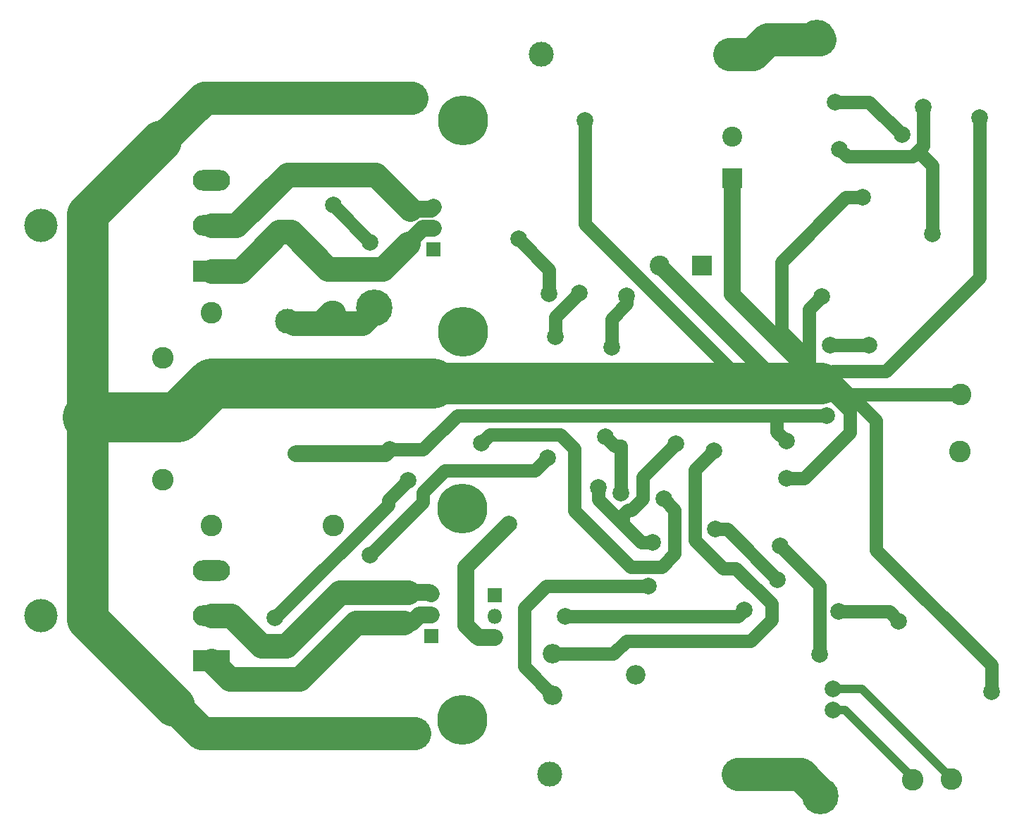
<source format=gbr>
%TF.GenerationSoftware,KiCad,Pcbnew,5.1.6-c6e7f7d~87~ubuntu18.04.1*%
%TF.CreationDate,2021-10-28T16:13:36+13:00*%
%TF.ProjectId,Trimodal SMD Sep20,5472696d-6f64-4616-9c20-534d44205365,rev?*%
%TF.SameCoordinates,Original*%
%TF.FileFunction,Copper,L2,Bot*%
%TF.FilePolarity,Positive*%
%FSLAX46Y46*%
G04 Gerber Fmt 4.6, Leading zero omitted, Abs format (unit mm)*
G04 Created by KiCad (PCBNEW 5.1.6-c6e7f7d~87~ubuntu18.04.1) date 2021-10-28 16:13:36*
%MOMM*%
%LPD*%
G01*
G04 APERTURE LIST*
%TA.AperFunction,ComponentPad*%
%ADD10R,2.400000X2.400000*%
%TD*%
%TA.AperFunction,ComponentPad*%
%ADD11C,2.400000*%
%TD*%
%TA.AperFunction,ComponentPad*%
%ADD12C,3.000000*%
%TD*%
%TA.AperFunction,ComponentPad*%
%ADD13C,6.000000*%
%TD*%
%TA.AperFunction,ComponentPad*%
%ADD14C,2.600000*%
%TD*%
%TA.AperFunction,ComponentPad*%
%ADD15C,4.400000*%
%TD*%
%TA.AperFunction,ComponentPad*%
%ADD16C,2.340000*%
%TD*%
%TA.AperFunction,ComponentPad*%
%ADD17R,1.800000X1.800000*%
%TD*%
%TA.AperFunction,ComponentPad*%
%ADD18O,1.800000X1.800000*%
%TD*%
%TA.AperFunction,ComponentPad*%
%ADD19R,4.500000X2.500000*%
%TD*%
%TA.AperFunction,ComponentPad*%
%ADD20O,4.500000X2.500000*%
%TD*%
%TA.AperFunction,ViaPad*%
%ADD21C,4.000000*%
%TD*%
%TA.AperFunction,ViaPad*%
%ADD22C,2.000000*%
%TD*%
%TA.AperFunction,ViaPad*%
%ADD23C,3.000000*%
%TD*%
%TA.AperFunction,Conductor*%
%ADD24C,2.000000*%
%TD*%
%TA.AperFunction,Conductor*%
%ADD25C,1.600000*%
%TD*%
%TA.AperFunction,Conductor*%
%ADD26C,5.000000*%
%TD*%
%TA.AperFunction,Conductor*%
%ADD27C,4.000000*%
%TD*%
%TA.AperFunction,Conductor*%
%ADD28C,6.000000*%
%TD*%
%TA.AperFunction,Conductor*%
%ADD29C,3.000000*%
%TD*%
%TA.AperFunction,Conductor*%
%ADD30C,1.000000*%
%TD*%
G04 APERTURE END LIST*
D10*
%TO.P,C2,1*%
%TO.N,Net-(C2-Pad1)*%
X136245600Y-68808600D03*
D11*
%TO.P,C2,2*%
%TO.N,GND*%
X131245600Y-68808600D03*
%TD*%
%TO.P,C12,2*%
%TO.N,Net-(C12-Pad2)*%
X139903200Y-53340000D03*
D10*
%TO.P,C12,1*%
%TO.N,GND*%
X139903200Y-58340000D03*
%TD*%
D12*
%TO.P,F1,1*%
%TO.N,+24V*%
X140608400Y-129946400D03*
%TO.P,F1,2*%
%TO.N,VAA*%
X118008400Y-129946400D03*
%TD*%
%TO.P,F2,2*%
%TO.N,VCC*%
X116967000Y-43383200D03*
%TO.P,F2,1*%
%TO.N,-24V*%
X139567000Y-43383200D03*
%TD*%
D13*
%TO.P,HS1,1*%
%TO.N,N/C*%
X107543600Y-51384200D03*
X107543600Y-76784200D03*
%TD*%
%TO.P,HS2,1*%
%TO.N,N/C*%
X107530900Y-98031300D03*
X107530900Y-123431300D03*
%TD*%
D14*
%TO.P,J1,1*%
%TO.N,Net-(C1-Pad2)*%
X167259000Y-91135200D03*
%TD*%
%TO.P,J2,1*%
%TO.N,GND*%
X167386000Y-84251800D03*
%TD*%
D15*
%TO.P,J3,1*%
%TO.N,Net-(J3-Pad1)*%
X96951800Y-73914000D03*
%TD*%
%TO.P,J4,1*%
%TO.N,GND*%
X150622000Y-82905600D03*
%TD*%
%TO.P,JL1,1*%
%TO.N,Net-(JL1-Pad1)*%
X150469600Y-132537200D03*
%TD*%
%TO.P,JL2,1*%
%TO.N,Net-(JL2-Pad1)*%
X150063200Y-41478200D03*
%TD*%
D16*
%TO.P,PR1,3*%
%TO.N,Net-(C3-Pad1)*%
X118364000Y-115468400D03*
%TO.P,PR1,2*%
X128364000Y-117968400D03*
%TO.P,PR1,1*%
%TO.N,Net-(PR1-Pad1)*%
X118364000Y-120468400D03*
%TD*%
D15*
%TO.P,TP3,1*%
%TO.N,Net-(TP3-Pad1)*%
X71500000Y-87000000D03*
%TD*%
D17*
%TO.P,TR6,1*%
%TO.N,Net-(D7-Pad2)*%
X103784400Y-113360200D03*
D18*
%TO.P,TR6,2*%
%TO.N,Net-(R25-Pad2)*%
X103784400Y-110820200D03*
%TO.P,TR6,3*%
%TO.N,Net-(R16-Pad1)*%
X103784400Y-108280200D03*
%TD*%
D19*
%TO.P,TR7,1*%
%TO.N,Net-(R25-Pad2)*%
X77393800Y-116321000D03*
D20*
%TO.P,TR7,2*%
%TO.N,Net-(R16-Pad1)*%
X77393800Y-110871000D03*
%TO.P,TR7,3*%
%TO.N,VAA*%
X77393800Y-105421000D03*
%TD*%
D18*
%TO.P,TR8,3*%
%TO.N,Net-(R17-Pad2)*%
X103987600Y-61772800D03*
%TO.P,TR8,2*%
%TO.N,Net-(R26-Pad1)*%
X103987600Y-64312800D03*
D17*
%TO.P,TR8,1*%
%TO.N,Net-(D8-Pad1)*%
X103987600Y-66852800D03*
%TD*%
D20*
%TO.P,TR9,3*%
%TO.N,VCC*%
X77393800Y-58558000D03*
%TO.P,TR9,2*%
%TO.N,Net-(R17-Pad2)*%
X77393800Y-64008000D03*
D19*
%TO.P,TR9,1*%
%TO.N,Net-(R26-Pad1)*%
X77393800Y-69458000D03*
%TD*%
D17*
%TO.P,TR13,1*%
%TO.N,Net-(R10-Pad2)*%
X111353600Y-108432600D03*
D18*
%TO.P,TR13,2*%
%TO.N,Net-(C4-Pad1)*%
X111353600Y-110972600D03*
%TO.P,TR13,3*%
%TO.N,Net-(C3-Pad1)*%
X111353600Y-113512600D03*
%TD*%
D14*
%TO.P,TP1,1*%
%TO.N,Net-(TP1-Pad1)*%
X166243000Y-130505200D03*
%TD*%
%TO.P,TP2,1*%
%TO.N,Net-(TP2-Pad1)*%
X161594800Y-130581400D03*
%TD*%
%TO.P,L1,2*%
%TO.N,NFB*%
X92000000Y-100000000D03*
%TO.P,L1,1*%
%TO.N,Net-(L1-Pad1)*%
X77390000Y-100000000D03*
%TD*%
%TO.P,L2,1*%
%TO.N,Net-(J3-Pad1)*%
X92000000Y-74500000D03*
%TO.P,L2,2*%
%TO.N,Net-(L2-Pad2)*%
X77390000Y-74500000D03*
%TD*%
%TO.P,L3,1*%
%TO.N,Net-(L2-Pad2)*%
X71500000Y-79890000D03*
%TO.P,L3,2*%
%TO.N,Net-(L1-Pad1)*%
X71500000Y-94500000D03*
%TD*%
D21*
%TO.N,*%
X56889400Y-64008000D03*
X56889400Y-110871000D03*
D22*
%TO.N,GND*%
X90551000Y-83972400D03*
X146456400Y-94361000D03*
X122250200Y-51384200D03*
X155575000Y-60604400D03*
X169672000Y-51028600D03*
X150670800Y-72515000D03*
X171069000Y-119989600D03*
D23*
X101777800Y-124993400D03*
X101422200Y-48666400D03*
D22*
%TO.N,Net-(C3-Pad2)*%
X162890200Y-49733200D03*
X152830800Y-54839600D03*
X163957000Y-64998600D03*
%TO.N,Net-(C3-Pad1)*%
X113106200Y-99898200D03*
X137693400Y-91084400D03*
X125425200Y-78638400D03*
X127254000Y-72466200D03*
%TO.N,NFB*%
X87528400Y-91414600D03*
X98754200Y-90933000D03*
X151307800Y-86817200D03*
X146405600Y-89890600D03*
%TO.N,Net-(C11-Pad2)*%
X150393400Y-115493800D03*
X145643600Y-102514400D03*
%TO.N,Net-(C14-Pad2)*%
X152704800Y-110363000D03*
X159943800Y-111531400D03*
%TO.N,Net-(C15-Pad1)*%
X151688800Y-78359000D03*
X156311600Y-78359000D03*
%TO.N,Net-(D7-Pad2)*%
X109804200Y-90119200D03*
X131699000Y-96824800D03*
%TO.N,Net-(D9-Pad1)*%
X137896600Y-100457000D03*
X145364200Y-106527600D03*
D23*
%TO.N,Net-(J3-Pad1)*%
X86500000Y-75500000D03*
D22*
%TO.N,Net-(PR1-Pad1)*%
X129870200Y-107319600D03*
%TO.N,Net-(Q6-Pad1)*%
X152298400Y-49123600D03*
X160299400Y-53060600D03*
%TO.N,Net-(R10-Pad1)*%
X119888000Y-110972600D03*
X141325600Y-110210600D03*
%TO.N,Net-(R20-Pad2)*%
X96367600Y-103581200D03*
X117703600Y-91948000D03*
%TO.N,Net-(R21-Pad2)*%
X85013800Y-111150400D03*
X100939600Y-94615000D03*
%TO.N,Net-(R25-Pad2)*%
X84023200Y-118516400D03*
%TO.N,Net-(R26-Pad1)*%
X85521800Y-64744600D03*
%TO.N,Net-(R27-Pad2)*%
X91998800Y-61544200D03*
X96418400Y-65963800D03*
%TO.N,Net-(R30-Pad2)*%
X117932200Y-72212200D03*
X114274600Y-65608200D03*
%TO.N,Net-(R30-Pad1)*%
X126517400Y-96139000D03*
X124688600Y-89408000D03*
%TO.N,Net-(TP1-Pad1)*%
X152019000Y-119684800D03*
%TO.N,Net-(TP2-Pad1)*%
X152019000Y-122224800D03*
%TO.N,Net-(TR15-Pad3)*%
X123799600Y-95453200D03*
X130354200Y-102106600D03*
X133121400Y-90246200D03*
X118643400Y-77343000D03*
X121539000Y-72059800D03*
%TD*%
D24*
%TO.N,GND*%
X90551000Y-83972400D02*
X104038400Y-83972400D01*
D25*
X151968200Y-84251800D02*
X150622000Y-82905600D01*
X167386000Y-84251800D02*
X151968200Y-84251800D01*
X169672000Y-51028600D02*
X169672000Y-70231000D01*
X169672000Y-70231000D02*
X158394400Y-81508600D01*
X152019000Y-81508600D02*
X150622000Y-82905600D01*
X158394400Y-81508600D02*
X152019000Y-81508600D01*
X150670800Y-72515000D02*
X149148800Y-74037000D01*
X154051000Y-86334600D02*
X150622000Y-82905600D01*
X146456400Y-94361000D02*
X148539200Y-94361000D01*
X154051000Y-88849200D02*
X154051000Y-86334600D01*
X148539200Y-94361000D02*
X154051000Y-88849200D01*
D24*
X139903200Y-72237600D02*
X150596600Y-82931000D01*
X139903200Y-58340000D02*
X139903200Y-72237600D01*
X145342600Y-82905600D02*
X131245600Y-68808600D01*
X150622000Y-82905600D02*
X145342600Y-82905600D01*
D25*
X122250200Y-51384200D02*
X122250200Y-63830200D01*
X122250200Y-63830200D02*
X141351000Y-82931000D01*
D26*
X103962200Y-82931000D02*
X142722600Y-82931000D01*
D25*
X141351000Y-82931000D02*
X142722600Y-82931000D01*
D26*
X142722600Y-82931000D02*
X150596600Y-82931000D01*
D25*
X171069000Y-119989600D02*
X171069000Y-116840000D01*
X171069000Y-116840000D02*
X157200600Y-102971600D01*
X157200600Y-102971600D02*
X157200600Y-87452200D01*
X152654000Y-82905600D02*
X150622000Y-82905600D01*
X157200600Y-87452200D02*
X152654000Y-82905600D01*
X155575000Y-60604400D02*
X153593800Y-60604400D01*
X153593800Y-60604400D02*
X145846800Y-68351400D01*
X145846800Y-76657200D02*
X149148800Y-79959200D01*
X145846800Y-68351400D02*
X145846800Y-76657200D01*
X149148800Y-74037000D02*
X149148800Y-79959200D01*
X149148800Y-79959200D02*
X149148800Y-81432400D01*
D27*
X101777800Y-124993400D02*
X76174600Y-124993400D01*
X101422200Y-48666400D02*
X76479400Y-48666400D01*
X76174600Y-124993400D02*
X72872600Y-121691400D01*
X71297800Y-120116600D02*
X72872600Y-121691400D01*
X76479400Y-48666400D02*
X71297800Y-53848000D01*
X72872600Y-121691400D02*
X71424800Y-120243600D01*
D28*
X103962200Y-82931000D02*
X77343000Y-82931000D01*
X77343000Y-82931000D02*
X73274000Y-87000000D01*
X73274000Y-87000000D02*
X62500000Y-87000000D01*
D26*
X62500000Y-62645800D02*
X71297800Y-53848000D01*
X62500000Y-87000000D02*
X62500000Y-62645800D01*
X62500000Y-111318800D02*
X72872600Y-121691400D01*
X62500000Y-87000000D02*
X62500000Y-111318800D01*
D25*
%TO.N,Net-(C3-Pad2)*%
X152830800Y-54839600D02*
X153693400Y-55702200D01*
X153693400Y-55702200D02*
X161594800Y-55702200D01*
X162890200Y-54406800D02*
X162890200Y-49733200D01*
X162267900Y-55029100D02*
X162890200Y-54406800D01*
X162267900Y-55029100D02*
X162267900Y-55105300D01*
X161594800Y-55702200D02*
X162267900Y-55029100D01*
X162267900Y-55105300D02*
X163957000Y-56794400D01*
X163957000Y-56794400D02*
X163957000Y-64998600D01*
X163957000Y-64998600D02*
X163957000Y-64998600D01*
D24*
%TO.N,Net-(C3-Pad1)*%
X111353600Y-113512600D02*
X109423200Y-113512600D01*
X109423200Y-113512600D02*
X107950000Y-112039400D01*
X107950000Y-112039400D02*
X107950000Y-105054400D01*
X107950000Y-105054400D02*
X113106200Y-99898200D01*
X113106200Y-99898200D02*
X113106200Y-99898200D01*
D25*
X118364000Y-115468400D02*
X125628400Y-115468400D01*
X125628400Y-115468400D02*
X127203200Y-113893600D01*
X127203200Y-113893600D02*
X142113000Y-113893600D01*
X142113000Y-113893600D02*
X144627600Y-111379000D01*
X144627600Y-111379000D02*
X144627600Y-109474000D01*
X144627600Y-109474000D02*
X140335000Y-105181400D01*
X140335000Y-105181400D02*
X138836400Y-105181400D01*
X138836400Y-105181400D02*
X135458200Y-101803200D01*
X135458200Y-101803200D02*
X135458200Y-93319600D01*
X135458200Y-93319600D02*
X137693400Y-91084400D01*
X137693400Y-91084400D02*
X137693400Y-91084400D01*
X125425200Y-78638400D02*
X125425200Y-75234800D01*
X125425200Y-75234800D02*
X127254000Y-73406000D01*
X127254000Y-73406000D02*
X127254000Y-72466200D01*
X127254000Y-72466200D02*
X127254000Y-72466200D01*
D24*
%TO.N,NFB*%
X98272600Y-91414600D02*
X98754200Y-90933000D01*
X87528400Y-91414600D02*
X98272600Y-91414600D01*
D25*
X98754200Y-90933000D02*
X102792800Y-90933000D01*
X102792800Y-90933000D02*
X106908600Y-86817200D01*
X151307800Y-86817200D02*
X151307800Y-86817200D01*
X145262600Y-86817200D02*
X145262600Y-88595200D01*
X145262600Y-86817200D02*
X151307800Y-86817200D01*
X106908600Y-86817200D02*
X145262600Y-86817200D01*
X145262600Y-88595200D02*
X145262600Y-88747600D01*
X145262600Y-88747600D02*
X146405600Y-89890600D01*
X146405600Y-89890600D02*
X146405600Y-89890600D01*
%TO.N,Net-(C11-Pad2)*%
X150393400Y-115493800D02*
X150393400Y-107264200D01*
X150393400Y-107264200D02*
X145643600Y-102514400D01*
X145643600Y-102514400D02*
X145643600Y-102514400D01*
%TO.N,Net-(C14-Pad2)*%
X152704800Y-110363000D02*
X158775400Y-110363000D01*
X158775400Y-110363000D02*
X159943800Y-111531400D01*
X159943800Y-111531400D02*
X159943800Y-111531400D01*
%TO.N,Net-(C15-Pad1)*%
X151688800Y-78359000D02*
X156311600Y-78359000D01*
X156311600Y-78359000D02*
X156311600Y-78359000D01*
%TO.N,Net-(D7-Pad2)*%
X110804199Y-89119201D02*
X119243601Y-89119201D01*
X109804200Y-90119200D02*
X110804199Y-89119201D01*
X119243601Y-89119201D02*
X120929400Y-90805000D01*
X120929400Y-90805000D02*
X120929400Y-98221800D01*
X120929400Y-98221800D02*
X127711200Y-105003600D01*
X127711200Y-105003600D02*
X131419600Y-105003600D01*
X131419600Y-105003600D02*
X133019800Y-103403400D01*
X133019800Y-103403400D02*
X133019800Y-100482400D01*
X133019800Y-100482400D02*
X133019800Y-98145600D01*
X133019800Y-98145600D02*
X131699000Y-96824800D01*
X131699000Y-96824800D02*
X131699000Y-96824800D01*
%TO.N,Net-(D9-Pad1)*%
X137896600Y-100457000D02*
X139293600Y-100457000D01*
X139293600Y-100457000D02*
X145364200Y-106527600D01*
X145364200Y-106527600D02*
X145364200Y-106527600D01*
D27*
%TO.N,+24V*%
X140608400Y-129946400D02*
X148107400Y-129946400D01*
X148107400Y-129946400D02*
X150520400Y-132359400D01*
%TO.N,-24V*%
X139567000Y-43383200D02*
X142417800Y-43383200D01*
X142417800Y-43383200D02*
X144145000Y-41656000D01*
X144145000Y-41656000D02*
X150444200Y-41656000D01*
D29*
%TO.N,Net-(J3-Pad1)*%
X95453200Y-75768200D02*
X97256600Y-73964800D01*
X91750000Y-74500000D02*
X90481800Y-75768200D01*
X92000000Y-74500000D02*
X91750000Y-74500000D01*
X87249000Y-75768200D02*
X90481800Y-75768200D01*
X90481800Y-75768200D02*
X95453200Y-75768200D01*
D25*
%TO.N,Net-(PR1-Pad1)*%
X129870200Y-107319600D02*
X117546600Y-107319600D01*
X117546600Y-107319600D02*
X114909600Y-109956600D01*
X114909600Y-117014000D02*
X118364000Y-120468400D01*
X114909600Y-109956600D02*
X114909600Y-117014000D01*
%TO.N,Net-(Q6-Pad1)*%
X152298400Y-49123600D02*
X156362400Y-49123600D01*
X156362400Y-49123600D02*
X160299400Y-53060600D01*
X160299400Y-53060600D02*
X160299400Y-53060600D01*
%TO.N,Net-(R10-Pad1)*%
X140563600Y-110972600D02*
X141325600Y-110210600D01*
X119888000Y-110972600D02*
X140563600Y-110972600D01*
D24*
%TO.N,Net-(R16-Pad1)*%
X103555800Y-108051600D02*
X103784400Y-108280200D01*
X100965000Y-108051600D02*
X103555800Y-108051600D01*
D29*
X79756000Y-110871000D02*
X77393800Y-110871000D01*
X83362800Y-114477800D02*
X79756000Y-110871000D01*
X86360000Y-114477800D02*
X83362800Y-114477800D01*
X100965000Y-108051600D02*
X92786200Y-108051600D01*
X92786200Y-108051600D02*
X86360000Y-114477800D01*
D24*
%TO.N,Net-(R17-Pad2)*%
X103773400Y-61987000D02*
X103987600Y-61772800D01*
X101208000Y-61987000D02*
X103773400Y-61987000D01*
D29*
X97056800Y-57835800D02*
X101208000Y-61987000D01*
X86512400Y-57835800D02*
X97056800Y-57835800D01*
X77393800Y-64008000D02*
X80340200Y-64008000D01*
X80340200Y-64008000D02*
X86512400Y-57835800D01*
D25*
%TO.N,Net-(R20-Pad2)*%
X96367600Y-103581200D02*
X102717600Y-97231200D01*
X102717600Y-97231200D02*
X102717600Y-96037400D01*
X102717600Y-96037400D02*
X105359200Y-93395800D01*
X105359200Y-93395800D02*
X110972600Y-93395800D01*
X110972600Y-93395800D02*
X116255800Y-93395800D01*
X116255800Y-93395800D02*
X117703600Y-91948000D01*
X117703600Y-91948000D02*
X117703600Y-91948000D01*
%TO.N,Net-(R21-Pad2)*%
X85013800Y-111150400D02*
X98577400Y-97586800D01*
X98577400Y-96977200D02*
X98577400Y-97586800D01*
X100939600Y-94615000D02*
X98577400Y-96977200D01*
D24*
%TO.N,Net-(R25-Pad2)*%
X101475398Y-111709200D02*
X100457000Y-111709200D01*
X102364398Y-110820200D02*
X101475398Y-111709200D01*
X103784400Y-110820200D02*
X102364398Y-110820200D01*
D29*
X79563800Y-118491000D02*
X77393800Y-116321000D01*
X87960200Y-118491000D02*
X79563800Y-118491000D01*
X100457000Y-111709200D02*
X94742000Y-111709200D01*
X94742000Y-111709200D02*
X87960200Y-118491000D01*
%TO.N,Net-(R26-Pad1)*%
X82829400Y-67437000D02*
X85521800Y-64744600D01*
X85521800Y-64744600D02*
X86918800Y-64744600D01*
X86918800Y-64744600D02*
X91363800Y-69189600D01*
D24*
X103987600Y-64312800D02*
X102768400Y-64312800D01*
X102768400Y-64312800D02*
X101727000Y-65354200D01*
D29*
X97891600Y-69189600D02*
X100939600Y-66141600D01*
X91363800Y-69189600D02*
X97891600Y-69189600D01*
X85521800Y-64744600D02*
X85521800Y-64744600D01*
X80808400Y-69458000D02*
X82829400Y-67437000D01*
X77393800Y-69458000D02*
X80808400Y-69458000D01*
D25*
%TO.N,Net-(R27-Pad2)*%
X91998800Y-61544200D02*
X96418400Y-65963800D01*
X96418400Y-65963800D02*
X96418400Y-65963800D01*
%TO.N,Net-(R30-Pad2)*%
X117932200Y-72212200D02*
X117932200Y-69265800D01*
X117932200Y-69265800D02*
X114274600Y-65608200D01*
X114274600Y-65608200D02*
X114274600Y-65608200D01*
%TO.N,Net-(R30-Pad1)*%
X126517400Y-96139000D02*
X126517400Y-90474800D01*
X126517400Y-90474800D02*
X125755400Y-90474800D01*
X125755400Y-90474800D02*
X124688600Y-89408000D01*
X124688600Y-89408000D02*
X124688600Y-89408000D01*
D30*
%TO.N,Net-(TP1-Pad1)*%
X152019000Y-119684800D02*
X155219400Y-119684800D01*
X155219400Y-119684800D02*
X155498800Y-119684800D01*
X155498800Y-119684800D02*
X166217600Y-130403600D01*
%TO.N,Net-(TP2-Pad1)*%
X152019000Y-122224800D02*
X153466800Y-122224800D01*
X153466800Y-122224800D02*
X161645600Y-130403600D01*
D25*
%TO.N,Net-(TR15-Pad3)*%
X123799600Y-95453200D02*
X123799600Y-96867413D01*
X129040187Y-102108000D02*
X130352800Y-102108000D01*
X130352800Y-102108000D02*
X130352800Y-102108000D01*
X126521493Y-99589307D02*
X126800893Y-99589307D01*
X126521493Y-99589307D02*
X129040187Y-102108000D01*
X123799600Y-96867413D02*
X126521493Y-99589307D01*
X126800893Y-98762905D02*
X127418198Y-98145600D01*
X126800893Y-99589307D02*
X126800893Y-98762905D01*
X127418198Y-98145600D02*
X127838200Y-98145600D01*
X127838200Y-98145600D02*
X129184400Y-96799400D01*
X129184400Y-94183200D02*
X133121400Y-90246200D01*
X129184400Y-96799400D02*
X129184400Y-94183200D01*
X133121400Y-90246200D02*
X133121400Y-90246200D01*
X118643400Y-77343000D02*
X118643400Y-74955400D01*
X118643400Y-74955400D02*
X121539000Y-72059800D01*
X121539000Y-72059800D02*
X121539000Y-72059800D01*
%TD*%
M02*

</source>
